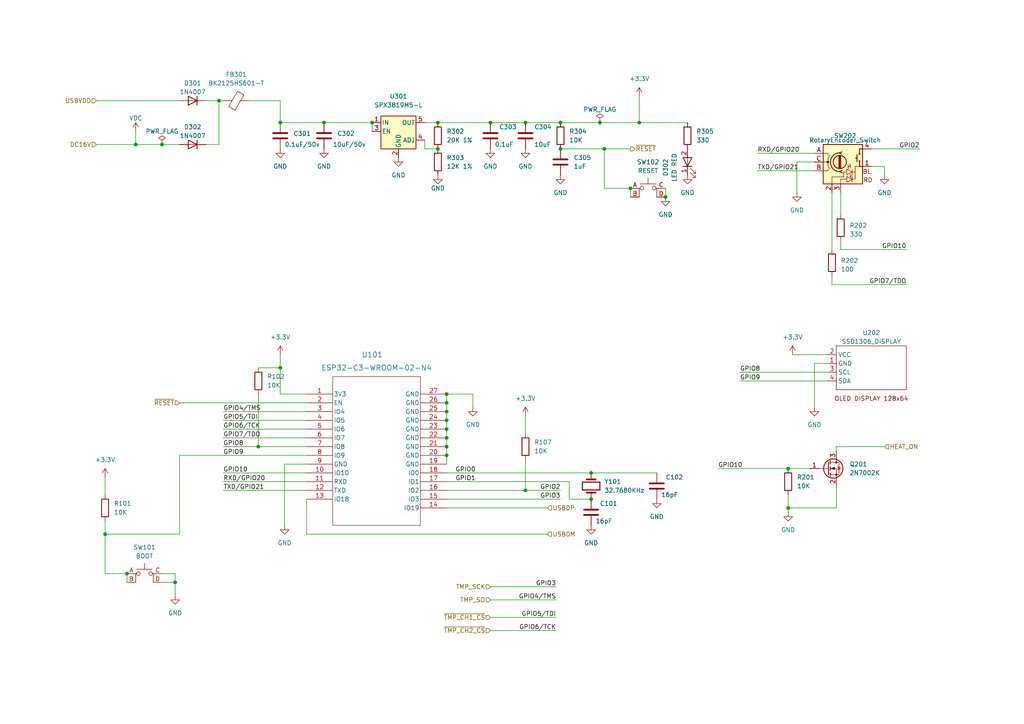
<source format=kicad_sch>
(kicad_sch (version 20230121) (generator eeschema)
  (paper "A4")
  (lib_symbols
    (symbol "Device:C" (pin_numbers hide) (pin_names (offset 0.254))
      (property "Reference" "C" (at 0.635 2.54 0))
      (property "Value" "C" (at 0.635 -2.54 0))
      (symbol "C_0_1"
        (polyline (pts (xy -2.032 -0.762) (xy 2.032 -0.762)) (stroke (width 0.508)))
        (polyline (pts (xy -2.032 0.762) (xy 2.032 0.762)) (stroke (width 0.508)))
      )
      (symbol "C_1_1"
        (pin passive line (at 0 3.81 270) (length 2.794) (name "~") (number "1"))
        (pin passive line (at 0 -3.81 90) (length 2.794) (name "~") (number "2"))
      )
    )
    (symbol "Device:FerriteBead" (pin_numbers hide) (pin_names (offset 0))
      (property "Reference" "FB" (at -3.81 0.635 90))
      (property "Value" "FerriteBead" (at 3.81 0 90))
      (symbol "FerriteBead_0_1"
        (polyline (pts (xy 0 -1.27) (xy 0 -1.2192)))
        (polyline (pts (xy 0 1.27) (xy 0 1.2954)))
        (polyline (pts (xy -2.7686 0.4064) (xy -1.7018 2.2606) (xy 2.7686 -0.3048) (xy 1.6764 -2.159) (xy -2.7686 0.4064)))
      )
      (symbol "FerriteBead_1_1"
        (pin passive line (at 0 3.81 270) (length 2.54) (name "~") (number "1"))
        (pin passive line (at 0 -3.81 90) (length 2.54) (name "~") (number "2"))
      )
    )
    (symbol "Device:LED" (pin_names (offset 1.016) hide)
      (property "Reference" "D" (at 0 2.54 0))
      (property "Value" "LED" (at 0 -2.54 0))
      (symbol "LED_0_1"
        (polyline (pts (xy -1.27 -1.27) (xy -1.27 1.27)) (stroke (width 0.254)))
        (polyline (pts (xy -1.27 0) (xy 1.27 0)))
        (polyline (pts (xy 1.27 -1.27) (xy 1.27 1.27) (xy -1.27 0) (xy 1.27 -1.27)) (stroke (width 0.254)))
        (polyline (pts (xy -3.048 -0.762) (xy -4.572 -2.286) (xy -3.81 -2.286) (xy -4.572 -2.286) (xy -4.572 -1.524)))
        (polyline (pts (xy -1.778 -0.762) (xy -3.302 -2.286) (xy -2.54 -2.286) (xy -3.302 -2.286) (xy -3.302 -1.524)))
      )
      (symbol "LED_1_1"
        (pin passive line (at -3.81 0 0) (length 2.54) (name "K") (number "1"))
        (pin passive line (at 3.81 0 180) (length 2.54) (name "A") (number "2"))
      )
    )
    (symbol "Device:R" (pin_numbers hide) (pin_names (offset 0))
      (property "Reference" "R" (at 2.032 0 90))
      (property "Value" "R" (at 0 0 90))
      (symbol "R_0_1"
        (rectangle (start -1.016 -2.54) (end 1.016 2.54) (stroke (width 0.254)))
      )
      (symbol "R_1_1"
        (pin passive line (at 0 3.81 270) (length 1.27) (name "~") (number "1"))
        (pin passive line (at 0 -3.81 90) (length 1.27) (name "~") (number "2"))
      )
    )
    (symbol "Diode:1N4007" (pin_numbers hide) (pin_names hide)
      (property "Reference" "D" (at 0 2.54 0))
      (property "Value" "1N4007" (at 0 -2.54 0))
      (symbol "1N4007_0_1"
        (polyline (pts (xy -1.27 1.27) (xy -1.27 -1.27)) (stroke (width 0.254)))
        (polyline (pts (xy 1.27 0) (xy -1.27 0)))
        (polyline (pts (xy 1.27 1.27) (xy 1.27 -1.27) (xy -1.27 0) (xy 1.27 1.27)) (stroke (width 0.254)))
      )
      (symbol "1N4007_1_1"
        (pin passive line (at -3.81 0 0) (length 2.54) (name "K") (number "1"))
        (pin passive line (at 3.81 0 180) (length 2.54) (name "A") (number "2"))
      )
    )
    (symbol "Regulator_Linear:SPX3819M5-L" (pin_names (offset 0.254))
      (property "Reference" "U" (at -3.81 5.715 0))
      (property "Value" "SPX3819M5-L" (at 0 5.715 0))
      (symbol "SPX3819M5-L_0_1"
        (rectangle (start -5.08 4.445) (end 5.08 -5.08) (stroke (width 0.254)) (fill (type background)))
      )
      (symbol "SPX3819M5-L_1_1"
        (pin power_in line (at -7.62 2.54 0) (length 2.54) (name "IN") (number "1"))
        (pin power_in line (at 0 -7.62 90) (length 2.54) (name "GND") (number "2"))
        (pin input line (at -7.62 0 0) (length 2.54) (name "EN") (number "3"))
        (pin input line (at 7.62 -2.54 180) (length 2.54) (name "ADJ") (number "4"))
        (pin power_out line (at 7.62 2.54 180) (length 2.54) (name "OUT") (number "5"))
      )
    )
    (symbol "power:+3.3V" (power) (pin_names (offset 0))
      (property "Value" "+3.3V" (at 0 3.556 0))
      (symbol "+3.3V_0_1"
        (polyline (pts (xy -0.762 1.27) (xy 0 2.54)))
        (polyline (pts (xy 0 0) (xy 0 2.54)))
        (polyline (pts (xy 0 2.54) (xy 0.762 1.27)))
      )
      (symbol "+3.3V_1_1"
        (pin power_in line (at 0 0 90) (length 0) hide (name "+3.3V") (number "1"))
      )
    )
    (symbol "power:GND" (power) (pin_numbers hide) (pin_names (offset 0) hide)
      (property "Value" "GND" (at 0 -3.81 0))
      (symbol "GND_0_1"
        (polyline (pts (xy 0 0) (xy 0 -1.27) (xy 1.27 -1.27) (xy 0 -2.54) (xy -1.27 -1.27) (xy 0 -1.27)))
      )
      (symbol "GND_1_1"
        (pin power_in line (at 0 0 270) (length 0) hide (name "GND") (number "1"))
      )
    )
    (symbol "power:PWR_FLAG" (power) (pin_numbers hide) (pin_names (offset 0) hide)
      (property "Value" "PWR_FLAG" (at 0 3.81 0))
      (symbol "PWR_FLAG_0_0"
        (pin power_out line (at 0 0 90) (length 0) (name "pwr") (number "1"))
      )
      (symbol "PWR_FLAG_0_1"
        (polyline (pts (xy 0 0) (xy 0 1.27) (xy -1.016 1.905) (xy 0 2.54) (xy 1.016 1.905) (xy 0 1.27)))
      )
    )
    (symbol "power:VDC" (power) (pin_names (offset 0))
      (property "Value" "VDC" (at 0 6.35 0))
      (symbol "VDC_0_1"
        (polyline (pts (xy -0.762 1.27) (xy 0 2.54)))
        (polyline (pts (xy 0 0) (xy 0 2.54)))
        (polyline (pts (xy 0 2.54) (xy 0.762 1.27)))
      )
      (symbol "VDC_1_1"
        (pin power_in line (at 0 0 90) (length 0) hide (name "VDC") (number "1"))
      )
    )
    (symbol "tbctl:2N7002K" (pin_names hide)
      (property "Reference" "Q" (at 5.08 1.905 0))
      (property "Value" "2N7002K" (at 5.08 0 0))
      (symbol "2N7002K_0_1"
        (polyline (pts (xy 0.254 0) (xy -2.54 0)))
        (polyline (pts (xy 0.254 1.905) (xy 0.254 -1.905)) (stroke (width 0.254)))
        (polyline (pts (xy 0.762 -1.27) (xy 0.762 -2.286)) (stroke (width 0.254)))
        (polyline (pts (xy 0.762 0.508) (xy 0.762 -0.508)) (stroke (width 0.254)))
        (polyline (pts (xy 0.762 2.286) (xy 0.762 1.27)) (stroke (width 0.254)))
        (polyline (pts (xy 2.54 2.54) (xy 2.54 1.778)))
        (polyline (pts (xy 2.54 -2.54) (xy 2.54 0) (xy 0.762 0)))
        (polyline (pts (xy 0.762 -1.778) (xy 3.302 -1.778) (xy 3.302 1.778) (xy 0.762 1.778)))
        (polyline (pts (xy 1.016 0) (xy 2.032 0.381) (xy 2.032 -0.381) (xy 1.016 0)) (fill (type outline)))
        (polyline (pts (xy 2.794 0.508) (xy 2.921 0.381) (xy 3.683 0.381) (xy 3.81 0.254)))
        (polyline (pts (xy 3.302 0.381) (xy 2.921 -0.254) (xy 3.683 -0.254) (xy 3.302 0.381)))
        (circle (center 1.651 0) (radius 2.794) (stroke (width 0.254)))
        (circle (center 2.54 -1.778) (radius 0.254) (fill (type outline)))
        (circle (center 2.54 1.778) (radius 0.254) (fill (type outline)))
      )
      (symbol "2N7002K_1_1"
        (pin input line (at -5.08 0 0) (length 2.54) (name "G") (number "1"))
        (pin passive line (at 2.54 -5.08 90) (length 2.54) (name "S") (number "2"))
        (pin passive line (at 2.54 5.08 270) (length 2.54) (name "D") (number "3"))
      )
    )
    (symbol "tbctl:32.7680KHz" (pin_numbers hide) (pin_names (offset 1.016) hide)
      (property "Reference" "Y" (at 0 3.81 0))
      (property "Value" "32.7680KHz" (at 0 -3.81 0))
      (property "digikey" "2151-RT3215-32.768-12.5-TRCT-ND" (at 0 0 0))
      (symbol "32.7680KHz_0_1"
        (rectangle (start -1.143 2.54) (end 1.143 -2.54) (stroke (width 0.3048)))
        (polyline (pts (xy -2.54 0) (xy -1.905 0)))
        (polyline (pts (xy -1.905 -1.27) (xy -1.905 1.27)) (stroke (width 0.508)))
        (polyline (pts (xy 1.905 -1.27) (xy 1.905 1.27)) (stroke (width 0.508)))
        (polyline (pts (xy 2.54 0) (xy 1.905 0)))
      )
      (symbol "32.7680KHz_1_1"
        (pin passive line (at -3.81 0 0) (length 1.27) (name "1") (number "1"))
        (pin passive line (at 3.81 0 180) (length 1.27) (name "2") (number "2"))
      )
    )
    (symbol "tbctl:ESP32-C3-WROOM-02-N4" (pin_names (offset 0.254))
      (property "Reference" "U" (at 20.32 10.16 0))
      (property "Value" "ESP32-C3-WROOM-02-N4" (at 20.32 7.62 0))
      (symbol "ESP32-C3-WROOM-02-N4_0_1"
        (polyline (pts (xy 7.62 -38.1) (xy 33.02 -38.1)) (stroke (width 0.127)))
        (polyline (pts (xy 7.62 5.08) (xy 7.62 -38.1)) (stroke (width 0.127)))
        (polyline (pts (xy 33.02 -38.1) (xy 33.02 5.08)) (stroke (width 0.127)))
        (polyline (pts (xy 33.02 5.08) (xy 7.62 5.08)) (stroke (width 0.127)))
        (pin power_in line (at 0 0 0) (length 7.62) (name "3V3") (number "1"))
        (pin bidirectional line (at 0 -22.86 0) (length 7.62) (name "IO10") (number "10"))
        (pin passive line (at 0 -25.4 0) (length 7.62) (name "RXD") (number "11"))
        (pin passive line (at 0 -27.94 0) (length 7.62) (name "TXD") (number "12"))
        (pin bidirectional line (at 0 -30.48 0) (length 7.62) (name "IO18") (number "13"))
        (pin bidirectional line (at 40.64 -33.02 180) (length 7.62) (name "IO19") (number "14"))
        (pin bidirectional line (at 40.64 -30.48 180) (length 7.62) (name "IO3") (number "15"))
        (pin bidirectional line (at 40.64 -27.94 180) (length 7.62) (name "IO2") (number "16"))
        (pin bidirectional line (at 40.64 -25.4 180) (length 7.62) (name "IO1") (number "17"))
        (pin bidirectional line (at 40.64 -22.86 180) (length 7.62) (name "IO0") (number "18"))
        (pin power_in line (at 40.64 -20.32 180) (length 7.62) (name "GND") (number "19"))
        (pin passive line (at 0 -2.54 0) (length 7.62) (name "EN") (number "2"))
        (pin power_in line (at 40.64 -17.78 180) (length 7.62) (name "GND") (number "20"))
        (pin power_in line (at 40.64 -15.24 180) (length 7.62) (name "GND") (number "21"))
        (pin power_in line (at 40.64 -12.7 180) (length 7.62) (name "GND") (number "22"))
        (pin power_in line (at 40.64 -10.16 180) (length 7.62) (name "GND") (number "23"))
        (pin power_in line (at 40.64 -7.62 180) (length 7.62) (name "GND") (number "24"))
        (pin power_in line (at 40.64 -5.08 180) (length 7.62) (name "GND") (number "25"))
        (pin power_in line (at 40.64 -2.54 180) (length 7.62) (name "GND") (number "26"))
        (pin power_in line (at 40.64 0 180) (length 7.62) (name "GND") (number "27"))
        (pin bidirectional line (at 0 -5.08 0) (length 7.62) (name "IO4") (number "3"))
        (pin bidirectional line (at 0 -7.62 0) (length 7.62) (name "IO5") (number "4"))
        (pin bidirectional line (at 0 -10.16 0) (length 7.62) (name "IO6") (number "5"))
        (pin bidirectional line (at 0 -12.7 0) (length 7.62) (name "IO7") (number "6"))
        (pin bidirectional line (at 0 -15.24 0) (length 7.62) (name "IO8") (number "7"))
        (pin bidirectional line (at 0 -17.78 0) (length 7.62) (name "IO9") (number "8"))
        (pin power_in line (at 0 -20.32 0) (length 7.62) (name "GND") (number "9"))
      )
    )
    (symbol "tbctl:RotaryEncoder_Switch_2_LED" (pin_names (offset 0.254) hide)
      (property "Reference" "SW" (at -0.635 7.62 0))
      (property "Value" "RotaryEncoder_Switch" (at 0.889 -13.462 0))
      (symbol "RotaryEncoder_Switch_2_LED_0_1"
        (rectangle (start -5.08 6.35) (end 6.35 -5.08) (stroke (width 0.254)) (fill (type background)))
        (circle (center -3.683 1.27) (radius 0.254) (fill (type outline)))
        (circle (center -0.254 1.27) (radius 1.905) (stroke (width 0.254)))
        (arc (start -0.254 3.937) (mid -2.9718 1.2065) (end -0.254 -1.524) (stroke (width 0.254)))
        (polyline (pts (xy -0.508 -0.508) (xy -0.508 3.048)) (stroke (width 0.254)))
        (polyline (pts (xy -0.254 -0.508) (xy -0.254 3.048)) (stroke (width 0.254)))
        (polyline (pts (xy 0 3.048) (xy 0 -0.508)) (stroke (width 0.254)))
        (polyline (pts (xy 1.778 -2.921) (xy 1.778 -4.572)))
        (polyline (pts (xy 1.778 -0.762) (xy 1.778 -2.413)))
        (polyline (pts (xy 3.302 -2.921) (xy 3.302 -4.572)))
        (polyline (pts (xy 3.302 -0.889) (xy 3.302 -2.54)))
        (polyline (pts (xy 4.699 2.413) (xy 4.318 2.413)) (stroke (width 0.254)))
        (polyline (pts (xy 4.699 3.429) (xy 4.699 1.397)) (stroke (width 0.254)))
        (polyline (pts (xy -4.953 -1.27) (xy -3.683 -1.27) (xy -3.683 -0.762)))
        (polyline (pts (xy -4.953 3.81) (xy -3.683 3.81) (xy -3.683 3.302)))
        (polyline (pts (xy 0.381 4.191) (xy -0.381 3.937) (xy 0.254 3.556)) (stroke (width 0.254)))
        (polyline (pts (xy 0.508 -1.905) (xy -0.254 -1.524) (xy 0.381 -1.143)) (stroke (width 0.254)))
        (polyline (pts (xy 1.778 -4.572) (xy 3.302 -3.81) (xy 1.778 -2.921)))
        (polyline (pts (xy 1.778 -3.683) (xy 0 -3.683) (xy 0 -4.953)))
        (polyline (pts (xy 1.778 -2.413) (xy 3.302 -1.651) (xy 1.778 -0.762)))
        (polyline (pts (xy 3.302 -3.683) (xy 4.191 -3.683) (xy 4.191 -1.651)))
        (polyline (pts (xy 3.429 -1.651) (xy 4.191 -1.651) (xy 4.191 0)))
        (polyline (pts (xy 6.223 0) (xy 5.461 0) (xy 5.461 1.524)) (stroke (width 0.254)))
        (polyline (pts (xy 6.223 5.08) (xy 5.461 5.08) (xy 5.461 3.556)) (stroke (width 0.254)))
        (polyline (pts (xy -4.953 1.27) (xy -3.683 1.27) (xy -3.683 0.254) (xy -3.175 -0.762)))
        (polyline (pts (xy -4.191 1.27) (xy -3.683 1.27) (xy -3.683 2.286) (xy -3.175 3.302)))
        (polyline (pts (xy 2.032 0.508) (xy 2.413 -0.127) (xy 2.032 -0.127) (xy 2.413 -0.762)))
        (polyline (pts (xy 2.54 0.762) (xy 2.921 0.127) (xy 2.54 0.127) (xy 2.921 -0.508)))
        (polyline (pts (xy 2.667 -2.159) (xy 3.048 -2.794) (xy 2.667 -2.794) (xy 3.048 -3.429)))
        (polyline (pts (xy 1.651 -1.651) (xy 0.889 -1.651) (xy 0.889 -3.048) (xy -2.54 -3.048) (xy -2.54 -5.08)))
        (circle (center 5.461 1.524) (radius 0.127) (stroke (width 0.254)))
        (circle (center 5.461 3.556) (radius 0.127) (stroke (width 0.254)))
      )
      (symbol "RotaryEncoder_Switch_2_LED_1_1"
        (polyline (pts (xy 4.191 0) (xy 6.35 0) (xy 6.35 0.127) (xy 6.35 0)))
        (text "BL" (at 7.62 -1.524 0) (effects (font (size 1.27 1.27))))
        (text "RD" (at 7.874 -3.937 0) (effects (font (size 1.27 1.27))))
        (pin passive line (at 8.89 0 180) (length 2.54) (name "1") (number "1"))
        (pin passive line (at -2.54 -7.62 90) (length 2.54) (name "BL") (number "2"))
        (pin passive line (at 0 -7.62 90) (length 2.54) (name "RD") (number "3"))
        (pin passive line (at 8.89 5.08 180) (length 2.54) (name "4") (number "4"))
        (pin passive line (at -7.62 3.81 0) (length 2.54) (name "A") (number "A"))
        (pin passive line (at -7.62 -1.27 0) (length 2.54) (name "B") (number "B"))
        (pin passive line (at -7.62 1.27 0) (length 2.54) (name "C") (number "C"))
      )
    )
    (symbol "tbctl:SSD1306_DISPLAY"
      (property "Reference" "U" (at -3.048 8.636 0))
      (property "Value" "SSD1306_DISPLAY" (at 0 0 0))
      (symbol "SSD1306_DISPLAY_0_1"
        (rectangle (start -10.16 7.62) (end 10.16 -5.08))
      )
      (symbol "SSD1306_DISPLAY_1_1"
        (text "OLED DISPLAY 128x64" (at 0 -7.62 0) (effects (font (size 1.27 1.27))))
        (pin power_in line (at -12.7 2.54 0) (length 2.54) (name "GND") (number "1"))
        (pin power_in line (at -12.7 5.08 0) (length 2.54) (name "VCC") (number "2"))
        (pin passive line (at -12.7 0 0) (length 2.54) (name "SCL") (number "3"))
        (pin passive line (at -12.7 -2.54 0) (length 2.54) (name "SDA") (number "4"))
      )
    )
    (symbol "tbctl:TS-06104" (pin_names (offset 1.016) hide)
      (property "Reference" "SW" (at 0.635 5.715 0))
      (property "Value" "TS-06104" (at 0 -3.175 0))
      (symbol "TS-06104_0_1"
        (circle (center -1.778 2.54) (radius 0.508))
        (polyline (pts (xy -2.286 3.81) (xy 2.286 3.81)))
        (polyline (pts (xy 0 3.81) (xy 0 5.588)))
        (polyline (pts (xy -2.54 0) (xy -2.54 2.54) (xy -2.286 2.54)))
        (polyline (pts (xy 2.54 0) (xy 2.54 2.54) (xy 2.286 2.54)))
        (circle (center 1.778 2.54) (radius 0.508))
        (pin passive line (at -5.08 2.54 0) (length 2.54) (name "A") (number "A"))
        (pin passive line (at -5.08 0 0) (length 2.54) (name "B") (number "B"))
        (pin passive line (at 5.08 2.54 180) (length 2.54) (name "C") (number "C"))
        (pin passive line (at 5.08 0 180) (length 2.54) (name "D") (number "D"))
      )
    )
  )
  (junction (at 30.48 154.94))
  (junction (at 162.56 35.56))
  (junction (at 193.04 57.15))
  (junction (at 81.28 35.56))
  (junction (at 127 43.18))
  (junction (at 171.45 144.78))
  (junction (at 81.28 106.68))
  (junction (at 93.98 35.56))
  (junction (at 228.6 135.89))
  (junction (at 129.54 129.54))
  (junction (at 129.54 114.3))
  (junction (at 162.56 43.18))
  (junction (at 173.99 35.56))
  (junction (at 107.95 35.56))
  (junction (at 129.54 116.84))
  (junction (at 152.4 142.24))
  (junction (at 142.24 35.56))
  (junction (at 74.93 129.54))
  (junction (at 228.6 147.32))
  (junction (at 129.54 119.38))
  (junction (at 171.45 137.16))
  (junction (at 63.5 29.21))
  (junction (at 50.8 168.91))
  (junction (at 46.99 41.91))
  (junction (at 185.42 35.56))
  (junction (at 152.4 35.56))
  (junction (at 127 35.56))
  (junction (at 175.26 43.18))
  (junction (at 39.37 41.91))
  (junction (at 129.54 127))
  (junction (at 129.54 132.08))
  (junction (at 182.88 54.61))
  (junction (at 36.83 166.37))
  (junction (at 129.54 124.46))
  (junction (at 129.54 121.92))
  (wire (pts (xy 59.69 29.21) (xy 63.5 29.21)))
  (wire (pts (xy 162.56 35.56) (xy 173.99 35.56)))
  (wire (pts (xy 46.99 168.91) (xy 50.8 168.91)))
  (wire (pts (xy 81.28 106.68) (xy 81.28 114.3)))
  (wire (pts (xy 129.54 114.3) (xy 137.16 114.3)))
  (wire (pts (xy 123.19 43.18) (xy 127 43.18)))
  (wire (pts (xy 74.93 114.3) (xy 74.93 129.54)))
  (wire (pts (xy 39.37 38.1) (xy 39.37 41.91)))
  (wire (pts (xy 142.24 182.88) (xy 161.29 182.88)))
  (wire (pts (xy 30.48 151.13) (xy 30.48 154.94)))
  (wire (pts (xy 137.16 114.3) (xy 137.16 118.11)))
  (wire (pts (xy 165.1 144.78) (xy 171.45 144.78)))
  (wire (pts (xy 185.42 27.94) (xy 185.42 35.56)))
  (wire (pts (xy 52.07 132.08) (xy 88.9 132.08)))
  (wire (pts (xy 129.54 116.84) (xy 129.54 119.38)))
  (wire (pts (xy 64.77 121.92) (xy 88.9 121.92)))
  (wire (pts (xy 129.54 132.08) (xy 129.54 134.62)))
  (wire (pts (xy 214.63 107.95) (xy 240.03 107.95)))
  (wire (pts (xy 236.22 105.41) (xy 236.22 118.11)))
  (wire (pts (xy 173.99 35.56) (xy 185.42 35.56)))
  (wire (pts (xy 252.73 43.18) (xy 266.7 43.18)))
  (wire (pts (xy 228.6 147.32) (xy 242.57 147.32)))
  (wire (pts (xy 142.24 179.07) (xy 161.29 179.07)))
  (wire (pts (xy 243.84 72.39) (xy 262.89 72.39)))
  (wire (pts (xy 241.3 82.55) (xy 262.89 82.55)))
  (wire (pts (xy 36.83 166.37) (xy 36.83 168.91)))
  (wire (pts (xy 165.1 139.7) (xy 165.1 144.78)))
  (wire (pts (xy 236.22 44.45) (xy 219.71 44.45)))
  (wire (pts (xy 228.6 143.51) (xy 228.6 147.32)))
  (wire (pts (xy 152.4 133.35) (xy 152.4 142.24)))
  (wire (pts (xy 63.5 29.21) (xy 64.77 29.21)))
  (wire (pts (xy 129.54 137.16) (xy 171.45 137.16)))
  (wire (pts (xy 64.77 142.24) (xy 88.9 142.24)))
  (wire (pts (xy 82.55 134.62) (xy 82.55 152.4)))
  (wire (pts (xy 64.77 119.38) (xy 88.9 119.38)))
  (wire (pts (xy 129.54 124.46) (xy 129.54 127)))
  (wire (pts (xy 81.28 35.56) (xy 93.98 35.56)))
  (wire (pts (xy 256.54 48.26) (xy 256.54 50.8)))
  (wire (pts (xy 64.77 127) (xy 88.9 127)))
  (wire (pts (xy 129.54 139.7) (xy 165.1 139.7)))
  (wire (pts (xy 30.48 154.94) (xy 30.48 166.37)))
  (wire (pts (xy 129.54 121.92) (xy 129.54 124.46)))
  (wire (pts (xy 228.6 135.89) (xy 234.95 135.89)))
  (wire (pts (xy 123.19 35.56) (xy 127 35.56)))
  (wire (pts (xy 93.98 35.56) (xy 107.95 35.56)))
  (wire (pts (xy 229.87 102.87) (xy 240.03 102.87)))
  (wire (pts (xy 64.77 137.16) (xy 88.9 137.16)))
  (wire (pts (xy 27.94 41.91) (xy 39.37 41.91)))
  (wire (pts (xy 152.4 142.24) (xy 162.56 142.24)))
  (wire (pts (xy 59.69 41.91) (xy 63.5 41.91)))
  (wire (pts (xy 88.9 144.78) (xy 88.9 154.94)))
  (wire (pts (xy 175.26 54.61) (xy 182.88 54.61)))
  (wire (pts (xy 123.19 40.64) (xy 123.19 43.18)))
  (wire (pts (xy 81.28 102.87) (xy 81.28 106.68)))
  (wire (pts (xy 52.07 116.84) (xy 88.9 116.84)))
  (wire (pts (xy 81.28 29.21) (xy 81.28 35.56)))
  (wire (pts (xy 88.9 114.3) (xy 81.28 114.3)))
  (wire (pts (xy 30.48 138.43) (xy 30.48 143.51)))
  (wire (pts (xy 46.99 166.37) (xy 50.8 166.37)))
  (wire (pts (xy 175.26 43.18) (xy 182.88 43.18)))
  (wire (pts (xy 63.5 41.91) (xy 63.5 29.21)))
  (wire (pts (xy 242.57 129.54) (xy 256.54 129.54)))
  (wire (pts (xy 50.8 168.91) (xy 50.8 172.72)))
  (wire (pts (xy 129.54 127) (xy 129.54 129.54)))
  (wire (pts (xy 252.73 48.26) (xy 256.54 48.26)))
  (wire (pts (xy 129.54 147.32) (xy 158.75 147.32)))
  (wire (pts (xy 72.39 29.21) (xy 81.28 29.21)))
  (wire (pts (xy 129.54 114.3) (xy 129.54 116.84)))
  (wire (pts (xy 208.28 135.89) (xy 228.6 135.89)))
  (wire (pts (xy 64.77 124.46) (xy 88.9 124.46)))
  (wire (pts (xy 30.48 166.37) (xy 36.83 166.37)))
  (wire (pts (xy 241.3 80.01) (xy 241.3 82.55)))
  (wire (pts (xy 236.22 46.99) (xy 231.14 46.99)))
  (wire (pts (xy 88.9 154.94) (xy 158.75 154.94)))
  (wire (pts (xy 152.4 120.65) (xy 152.4 125.73)))
  (wire (pts (xy 107.95 35.56) (xy 107.95 38.1)))
  (wire (pts (xy 228.6 148.59) (xy 228.6 147.32)))
  (wire (pts (xy 64.77 129.54) (xy 74.93 129.54)))
  (wire (pts (xy 171.45 137.16) (xy 190.5 137.16)))
  (wire (pts (xy 142.24 173.99) (xy 161.29 173.99)))
  (wire (pts (xy 129.54 142.24) (xy 152.4 142.24)))
  (wire (pts (xy 142.24 170.18) (xy 161.29 170.18)))
  (wire (pts (xy 162.56 43.18) (xy 175.26 43.18)))
  (wire (pts (xy 27.94 29.21) (xy 52.07 29.21)))
  (wire (pts (xy 241.3 55.88) (xy 241.3 72.39)))
  (wire (pts (xy 127 35.56) (xy 142.24 35.56)))
  (wire (pts (xy 50.8 166.37) (xy 50.8 168.91)))
  (wire (pts (xy 240.03 105.41) (xy 236.22 105.41)))
  (wire (pts (xy 242.57 130.81) (xy 242.57 129.54)))
  (wire (pts (xy 182.88 54.61) (xy 182.88 57.15)))
  (wire (pts (xy 175.26 43.18) (xy 175.26 54.61)))
  (wire (pts (xy 214.63 110.49) (xy 240.03 110.49)))
  (wire (pts (xy 30.48 154.94) (xy 52.07 154.94)))
  (wire (pts (xy 219.71 49.53) (xy 236.22 49.53)))
  (wire (pts (xy 64.77 139.7) (xy 88.9 139.7)))
  (wire (pts (xy 129.54 119.38) (xy 129.54 121.92)))
  (wire (pts (xy 88.9 134.62) (xy 82.55 134.62)))
  (wire (pts (xy 152.4 35.56) (xy 162.56 35.56)))
  (wire (pts (xy 52.07 154.94) (xy 52.07 132.08)))
  (wire (pts (xy 74.93 129.54) (xy 88.9 129.54)))
  (wire (pts (xy 242.57 140.97) (xy 242.57 147.32)))
  (wire (pts (xy 142.24 35.56) (xy 152.4 35.56)))
  (wire (pts (xy 129.54 129.54) (xy 129.54 132.08)))
  (wire (pts (xy 243.84 55.88) (xy 243.84 62.23)))
  (wire (pts (xy 129.54 144.78) (xy 162.56 144.78)))
  (wire (pts (xy 193.04 54.61) (xy 193.04 57.15)))
  (wire (pts (xy 231.14 46.99) (xy 231.14 55.88)))
  (wire (pts (xy 46.99 41.91) (xy 52.07 41.91)))
  (wire (pts (xy 39.37 41.91) (xy 46.99 41.91)))
  (wire (pts (xy 243.84 69.85) (xy 243.84 72.39)))
  (wire (pts (xy 185.42 35.56) (xy 199.39 35.56)))
  (wire (pts (xy 74.93 106.68) (xy 81.28 106.68)))
  (label "GPIO8" (at 214.63 107.95 0))
  (label "GPIO10" (at 208.28 135.89 0))
  (label "GPIO0" (at 132.08 137.16 0))
  (label "GPIO8" (at 64.77 129.54 0))
  (label "GPIO4{slash}TMS" (at 161.29 173.99 180))
  (label "GPIO7{slash}TDO" (at 262.89 82.55 180))
  (label "GPIO6{slash}TCK" (at 64.77 124.46 0))
  (label "GPIO1" (at 132.08 139.7 0))
  (label "GPIO2" (at 266.7 43.18 180))
  (label "GPIO9" (at 64.77 132.08 0))
  (label "GPIO5{slash}TDI" (at 64.77 121.92 0))
  (label "GPIO10" (at 262.89 72.39 180))
  (label "GPIO4{slash}TMS" (at 64.77 119.38 0))
  (label "GPIO3" (at 161.29 170.18 180))
  (label "GPIO10" (at 64.77 137.16 0))
  (label "TXD{slash}GPIO21" (at 64.77 142.24 0))
  (label "GPIO2" (at 162.56 142.24 180))
  (label "GPIO5{slash}TDI" (at 161.29 179.07 180))
  (label "TXD{slash}GPIO21" (at 219.71 49.53 0))
  (label "GPIO7{slash}TDO" (at 64.77 127 0))
  (label "GPIO6{slash}TCK" (at 161.29 182.88 180))
  (label "RXD{slash}GPIO20" (at 64.77 139.7 0))
  (label "RXD{slash}GPIO20" (at 219.71 44.45 0))
  (label "GPIO3" (at 162.56 144.78 180))
  (label "GPIO9" (at 214.63 110.49 0))
  (hierarchical_label "~{RESET}" (shape output) (at 182.88 43.18 0))
  (hierarchical_label "USBVDD" (shape input) (at 27.94 29.21 180))
  (hierarchical_label "TMP_SCK" (shape input) (at 142.24 170.18 180))
  (hierarchical_label "USBDP" (shape input) (at 158.75 147.32 0))
  (hierarchical_label "USBDM" (shape input) (at 158.75 154.94 0))
  (hierarchical_label "~{TMP_CH2_CS}" (shape input) (at 142.24 182.88 180))
  (hierarchical_label "TMP_SO" (shape input) (at 142.24 173.99 180))
  (hierarchical_label "DC16V" (shape input) (at 27.94 41.91 180))
  (hierarchical_label "~{RESET}" (shape input) (at 52.07 116.84 180))
  (hierarchical_label "HEAT_ON" (shape input) (at 256.54 129.54 0))
  (hierarchical_label "~{TMP_CH1_CS}" (shape input) (at 142.24 179.07 180))
  (symbol (lib_id "power:GND") (at 81.28 43.18 0) (unit 1)
    (property "Reference" "#PWR0303" (effects hide))
    (property "Value" "GND" (at 81.28 48.26 0))
    (instances (project "ESP32C3" (path "" (reference "#PWR0303") (unit 1))) (project "heatpanelcontroller" (path "" (reference "#PWR0303") (unit 1)) (path "" (reference "#PWR0302") (unit 1))))
  )
  (symbol (lib_id "power:+3.3V") (at 229.87 102.87 0) (unit 1)
    (property "Reference" "#PWR0107" (effects hide))
    (property "Value" "+3.3V" (at 229.87 97.79 0))
    (instances (project "ESP32C3" (path "" (reference "#PWR0107") (unit 1))) (project "heatpanelcontroller" (path "" (reference "#PWR0205") (unit 1))))
  )
  (symbol (lib_id "Device:C") (at 152.4 39.37 0) (unit 1)
    (property "Reference" "C304" (at 154.94 36.83 0) (effects (justify left)))
    (property "Value" "10uF" (at 154.94 41.91 0) (effects (justify left)))
    (property "Footprint" "Capacitor_SMD:C_0805_2012Metric_Pad1.18x1.45mm_HandSolder" (effects hide))
  )
  (symbol (lib_id "power:+3.3V") (at 30.48 138.43 0) (unit 1)
    (property "Reference" "#PWR0101" (effects hide))
    (property "Value" "+3.3V" (at 30.48 133.35 0))
    (instances (project "ESP32C3" (path "" (reference "#PWR0101") (unit 1))) (project "heatpanelcontroller" (path "" (reference "#PWR0201") (unit 1))))
  )
  (symbol (lib_id "power:+3.3V") (at 81.28 102.87 0) (unit 1)
    (property "Reference" "#PWR0104" (effects hide))
    (property "Value" "+3.3V" (at 81.28 97.79 0))
    (instances (project "ESP32C3" (path "" (reference "#PWR0104") (unit 1))) (project "heatpanelcontroller" (path "" (reference "#PWR0203") (unit 1))))
  )
  (symbol (lib_id "Device:FerriteBead") (at 68.58 29.21 90) (unit 1)
    (property "Reference" "FB301" (at 68.5292 21.59 90))
    (property "Value" "BK2125HS601-T" (at 68.5292 24.13 90))
    (property "Footprint" "tbctl:L_0603_1608Metric_Pad1.05x0.95mm_HandSolder" (effects hide))
  )
  (symbol (lib_id "power:GND") (at 93.98 43.18 0) (unit 1)
    (property "Reference" "#PWR0304" (effects hide))
    (property "Value" "GND" (at 93.98 48.26 0))
    (instances (project "ESP32C3" (path "" (reference "#PWR0304") (unit 1))) (project "heatpanelcontroller" (path "" (reference "#PWR0304") (unit 1)) (path "" (reference "#PWR0303") (unit 1))))
  )
  (symbol (lib_id "Device:C") (at 162.56 46.99 0) (unit 1)
    (property "Reference" "C305" (at 166.37 45.7199 0) (effects (justify left)))
    (property "Value" "1uF" (at 166.37 48.26 0) (effects (justify left)))
    (property "Footprint" "Capacitor_SMD:C_0805_2012Metric" (effects hide))
  )
  (symbol (lib_id "Device:R") (at 162.56 39.37 0) (unit 1)
    (property "Reference" "R304" (at 165.1 38.0999 0) (effects (justify left)))
    (property "Value" "10K" (at 165.1 40.6399 0) (effects (justify left)))
    (property "Footprint" "tbctl:R_0805_2012Metric_Pad1.20x1.40mm_HandSolder" (effects hide))
    (instances (project "ESP32C3" (path "" (reference "R304") (unit 1))) (project "heatpanelcontroller" (path "" (reference "R304") (unit 1)) (path "" (reference "R303") (unit 1))) (project "templogger" (path "" (reference "R304") (unit 1))))
  )
  (symbol (lib_id "Device:R") (at 74.93 110.49 0) (unit 1)
    (property "Reference" "R102" (at 77.47 109.2199 0) (effects (justify left)))
    (property "Value" "10K" (at 77.47 111.7599 0) (effects (justify left)))
    (property "Footprint" "tbctl:R_0805_2012Metric_Pad1.20x1.40mm_HandSolder" (effects hide))
    (instances (project "ESP32C3" (path "" (reference "R102") (unit 1))) (project "heatpanelcontroller" (path "" (reference "R202") (unit 1))) (project "templogger" (path "" (reference "R102") (unit 1))))
  )
  (symbol (lib_id "tbctl:RotaryEncoder_Switch_2_LED") (at 243.84 48.26 0) (unit 1)
    (property "Reference" "SW202" (at 245.1457 39.37 0))
    (property "Value" "RotaryEncoder_Switch" (at 245.11 40.64 0))
    (property "Footprint" "tbctl:EC12PSD-010-RS" (effects hide))
  )
  (symbol (lib_id "power:GND") (at 127 50.8 0) (unit 1)
    (property "Reference" "#PWR0306" (effects hide))
    (property "Value" "GND" (at 127 54.61 0))
    (instances (project "ESP32C3" (path "" (reference "#PWR0306") (unit 1))) (project "heatpanelcontroller" (path "" (reference "#PWR0306") (unit 1)) (path "" (reference "#PWR0305") (unit 1))))
  )
  (symbol (lib_id "power:GND") (at 152.4 43.18 0) (unit 1)
    (property "Reference" "#PWR0308" (effects hide))
    (property "Value" "GND" (at 152.4 48.26 0))
    (instances (project "ESP32C3" (path "" (reference "#PWR0308") (unit 1))) (project "heatpanelcontroller" (path "" (reference "#PWR0308") (unit 1)) (path "" (reference "#PWR0307") (unit 1))))
  )
  (symbol (lib_id "power:GND") (at 190.5 144.78 0) (unit 1)
    (property "Reference" "#PWR0110" (effects hide))
    (property "Value" "GND" (at 190.5 149.86 0))
    (instances (project "ESP32C3" (path "" (reference "#PWR0110") (unit 1))) (project "heatpanelcontroller" (path "" (reference "#PWR0210") (unit 1))))
  )
  (symbol (lib_id "Diode:1N4007") (at 55.88 29.21 180) (unit 1)
    (property "Reference" "D301" (at 55.88 24.13 0))
    (property "Value" "1N4007" (at 55.88 26.67 0))
    (property "Footprint" "Diode_THT:D_DO-41_SOD81_P10.16mm_Horizontal" (effects hide))
    (property "Datasheet" "http://www.vishay.com/docs/88503/1n4001.pdf" (effects hide))
    (property "Sim.Device" "D" (effects hide))
    (property "Sim.Pins" "1=K 2=A" (effects hide))
  )
  (symbol (lib_id "tbctl:TS-06104") (at 187.96 57.15 0) (unit 1)
    (property "Reference" "SW102" (at 187.96 46.99 0))
    (property "Value" "RESET" (at 187.96 49.53 0))
    (property "Footprint" "tbctl:TS-06104" (effects hide))
    (instances (project "ESP32C3" (path "" (reference "SW102") (unit 1))) (project "heatpanelcontroller" (path "" (reference "SW102") (unit 1)) (path "" (reference "SW301") (unit 1))) (project "templogger" (path "" (reference "SW102") (unit 1))))
  )
  (symbol (lib_id "power:PWR_FLAG") (at 46.99 41.91 0) (unit 1)
    (property "Reference" "#FLG0301" (effects hide))
    (property "Value" "PWR_FLAG" (at 46.99 38.1 0))
  )
  (symbol (lib_id "Device:C") (at 142.24 39.37 0) (unit 1)
    (property "Reference" "C303" (at 144.78 36.83 0) (effects (justify left)))
    (property "Value" "0.1uF" (at 143.51 41.91 0) (effects (justify left)))
    (property "Footprint" "Capacitor_SMD:C_0603_1608Metric_Pad1.08x0.95mm_HandSolder" (effects hide))
  )
  (symbol (lib_id "Device:C") (at 81.28 39.37 0) (unit 1)
    (property "Reference" "C301" (at 85.09 38.735 0) (effects (justify left)))
    (property "Value" "0.1uF/50v" (at 82.55 41.91 0) (effects (justify left)))
    (property "Footprint" "Capacitor_SMD:C_0603_1608Metric_Pad1.08x0.95mm_HandSolder" (effects hide))
  )
  (symbol (lib_id "power:VDC") (at 39.37 38.1 0) (unit 1)
    (property "Reference" "#PWR0301" (effects hide))
    (property "Value" "VDC" (at 39.37 34.29 0))
  )
  (symbol (lib_id "tbctl:TS-06104") (at 41.91 168.91 0) (unit 1)
    (property "Reference" "SW101" (at 41.91 158.75 0))
    (property "Value" "BOOT" (at 41.91 161.29 0))
    (property "Footprint" "tbctl:TS-06104" (effects hide))
    (instances (project "ESP32C3" (path "" (reference "SW101") (unit 1))) (project "heatpanelcontroller" (path "" (reference "SW201") (unit 1))) (project "templogger" (path "" (reference "SW101") (unit 1))))
  )
  (symbol (lib_id "tbctl:2N7002K") (at 240.03 135.89 0) (unit 1)
    (property "Reference" "Q201" (at 246.38 134.6199 0) (effects (justify left)))
    (property "Value" "2N7002K" (at 246.38 137.1599 0) (effects (justify left)))
    (property "Footprint" "Package_TO_SOT_SMD:SOT-23" (effects hide))
    (property "Datasheet" "https://www.diodes.com/assets/Datasheets/ds30896.pdf" (effects hide))
  )
  (symbol (lib_id "power:GND") (at 115.57 45.72 0) (unit 1)
    (property "Reference" "#PWR0305" (effects hide))
    (property "Value" "GND" (at 115.57 50.8 0))
    (instances (project "ESP32C3" (path "" (reference "#PWR0305") (unit 1))) (project "heatpanelcontroller" (path "" (reference "#PWR0305") (unit 1)) (path "" (reference "#PWR0304") (unit 1))))
  )
  (symbol (lib_id "Diode:1N4007") (at 55.88 41.91 180) (unit 1)
    (property "Reference" "D302" (at 55.88 36.83 0))
    (property "Value" "1N4007" (at 55.88 39.37 0))
    (property "Footprint" "Diode_THT:D_DO-41_SOD81_P10.16mm_Horizontal" (effects hide))
    (property "Datasheet" "http://www.vishay.com/docs/88503/1n4001.pdf" (effects hide))
    (property "Sim.Device" "D" (effects hide))
    (property "Sim.Pins" "1=K 2=A" (effects hide))
  )
  (symbol (lib_id "tbctl:32.7680KHz") (at 171.45 140.97 90) (unit 1)
    (property "Reference" "Y101" (at 175.26 139.6999 90) (effects (justify right)))
    (property "Value" "32.7680KHz" (at 175.26 142.2399 90) (effects (justify right)))
    (property "Footprint" "Crystal:Crystal_SMD_3215-2Pin_3.2x1.5mm" (effects hide))
    (property "digikey" "2151-RT3215-32.768-12.5-TRCT-ND" (effects hide))
    (instances (project "ESP32C3" (path "" (reference "Y101") (unit 1))) (project "heatpanelcontroller" (path "" (reference "Y201") (unit 1))) (project "templogger" (path "" (reference "Y101") (unit 1))))
  )
  (symbol (lib_id "Device:R") (at 30.48 147.32 0) (unit 1)
    (property "Reference" "R101" (at 33.02 146.0499 0) (effects (justify left)))
    (property "Value" "10K" (at 33.02 148.5899 0) (effects (justify left)))
    (property "Footprint" "tbctl:R_0805_2012Metric_Pad1.20x1.40mm_HandSolder" (effects hide))
    (instances (project "ESP32C3" (path "" (reference "R101") (unit 1))) (project "heatpanelcontroller" (path "" (reference "R201") (unit 1))) (project "templogger" (path "" (reference "R101") (unit 1))))
  )
  (symbol (lib_id "power:GND") (at 50.8 172.72 0) (unit 1)
    (property "Reference" "#PWR0103" (effects hide))
    (property "Value" "GND" (at 50.8 177.8 0))
    (instances (project "ESP32C3" (path "" (reference "#PWR0103") (unit 1))) (project "heatpanelcontroller" (path "" (reference "#PWR0202") (unit 1))))
  )
  (symbol (lib_id "power:GND") (at 228.6 148.59 0) (unit 1)
    (property "Reference" "#PWR0202" (effects hide))
    (property "Value" "GND" (at 228.6 153.67 0))
    (instances (project "sdmux4" (path "" (reference "#PWR0202") (unit 1))) (project "heatpanelcontroller" (path "" (reference "#PWR0212") (unit 1))))
  )
  (symbol (lib_id "power:GND") (at 162.56 50.8 0) (unit 1)
    (property "Reference" "#PWR0309" (effects hide))
    (property "Value" "GND" (at 162.56 55.88 0))
    (instances (project "ESP32C3" (path "" (reference "#PWR0309") (unit 1))) (project "heatpanelcontroller" (path "" (reference "#PWR0309") (unit 1)) (path "" (reference "#PWR0308") (unit 1))))
  )
  (symbol (lib_id "Device:LED") (at 199.39 46.99 90) (unit 1)
    (property "Reference" "D302" (at 193.04 48.5775 0))
    (property "Value" "LED RED" (at 195.58 48.5775 0))
    (property "Footprint" "tbctl:LED_0603_1608Metric_Pad1.05x0.95mm_HandSolder" (effects hide))
    (instances (project "ESP32C3" (path "" (reference "D302") (unit 1))) (project "heatpanelcontroller" (path "" (reference "D302") (unit 1)) (path "" (reference "D303") (unit 1))) (project "templogger" (path "" (reference "D302") (unit 1))))
  )
  (symbol (lib_id "Regulator_Linear:SPX3819M5-L") (at 115.57 38.1 0) (unit 1)
    (property "Reference" "U301" (at 115.57 27.94 0))
    (property "Value" "SPX3819M5-L" (at 115.57 30.48 0))
    (property "Footprint" "Package_TO_SOT_SMD:SOT-23-5" (effects hide))
    (property "Datasheet" "https://www.exar.com/content/document.ashx?id=22106&languageid=1033&type=Datasheet&partnumber=SPX3819&filename=SPX3819.pdf&part=SPX3819" (effects hide))
  )
  (symbol (lib_id "Device:R") (at 127 46.99 0) (unit 1)
    (property "Reference" "R303" (at 129.54 45.7199 0) (effects (justify left)))
    (property "Value" "12K 1%" (at 129.54 48.2599 0) (effects (justify left)))
    (property "Footprint" "tbctl:R_0805_2012Metric_Pad1.20x1.40mm_HandSolder" (effects hide))
    (instances (project "ESP32C3" (path "" (reference "R303") (unit 1))) (project "heatpanelcontroller" (path "" (reference "R303") (unit 1)) (path "" (reference "R302") (unit 1))) (project "templogger" (path "" (reference "R303") (unit 1))))
  )
  (symbol (lib_id "power:GND") (at 82.55 152.4 0) (unit 1)
    (property "Reference" "#PWR0105" (effects hide))
    (property "Value" "GND" (at 82.55 157.48 0))
    (instances (project "ESP32C3" (path "" (reference "#PWR0105") (unit 1))) (project "heatpanelcontroller" (path "" (reference "#PWR0204") (unit 1))))
  )
  (symbol (lib_id "power:GND") (at 171.45 152.4 0) (unit 1)
    (property "Reference" "#PWR0109" (effects hide))
    (property "Value" "GND" (at 171.45 157.48 0))
    (instances (project "ESP32C3" (path "" (reference "#PWR0109") (unit 1))) (project "heatpanelcontroller" (path "" (reference "#PWR0209") (unit 1))))
  )
  (symbol (lib_id "Device:R") (at 199.39 39.37 0) (unit 1)
    (property "Reference" "R305" (at 201.93 38.0999 0) (effects (justify left)))
    (property "Value" "330" (at 201.93 40.6399 0) (effects (justify left)))
    (property "Footprint" "tbctl:R_0805_2012Metric_Pad1.20x1.40mm_HandSolder" (effects hide))
    (instances (project "ESP32C3" (path "" (reference "R305") (unit 1))) (project "heatpanelcontroller" (path "" (reference "R305") (unit 1)) (path "" (reference "R304") (unit 1))) (project "templogger" (path "" (reference "R305") (unit 1))))
  )
  (symbol (lib_id "power:+3.3V") (at 185.42 27.94 0) (unit 1)
    (property "Reference" "#PWR0311" (effects hide))
    (property "Value" "+3.3V" (at 185.42 22.86 0))
    (instances (project "ESP32C3" (path "" (reference "#PWR0311") (unit 1))) (project "heatpanelcontroller" (path "" (reference "#PWR0311") (unit 1)) (path "" (reference "#PWR0309") (unit 1))))
  )
  (symbol (lib_id "power:GND") (at 137.16 118.11 0) (unit 1)
    (property "Reference" "#PWR0106" (effects hide))
    (property "Value" "GND" (at 137.16 123.19 0))
    (instances (project "ESP32C3" (path "" (reference "#PWR0106") (unit 1))) (project "heatpanelcontroller" (path "" (reference "#PWR0207") (unit 1))))
  )
  (symbol (lib_id "Device:R") (at 241.3 76.2 0) (unit 1)
    (property "Reference" "R202" (at 243.84 75.565 0) (effects (justify left)))
    (property "Value" "100" (at 243.84 78.105 0) (effects (justify left)))
    (property "Footprint" "tbctl:R_0805_2012Metric_Pad1.20x1.40mm_HandSolder" (effects hide))
    (instances (project "sdmux4" (path "" (reference "R202") (unit 1))) (project "heatpanelcontroller" (path "" (reference "R207") (unit 1))) (project "templogger" (path "" (reference "R202") (unit 1))))
  )
  (symbol (lib_id "power:GND") (at 199.39 50.8 0) (unit 1)
    (property "Reference" "#PWR0313" (effects hide))
    (property "Value" "GND" (at 199.39 55.88 0))
    (instances (project "ESP32C3" (path "" (reference "#PWR0313") (unit 1))) (project "heatpanelcontroller" (path "" (reference "#PWR0313") (unit 1)) (path "" (reference "#PWR0311") (unit 1))))
  )
  (symbol (lib_id "Device:C") (at 190.5 140.97 0) (unit 1)
    (property "Reference" "C102" (at 193.04 138.43 0) (effects (justify left)))
    (property "Value" "16pF" (at 191.77 143.51 0) (effects (justify left)))
    (property "Footprint" "Capacitor_SMD:C_0603_1608Metric_Pad1.08x0.95mm_HandSolder" (effects hide))
    (instances (project "ESP32C3" (path "" (reference "C102") (unit 1))) (project "heatpanelcontroller" (path "" (reference "C202") (unit 1))) (project "templogger" (path "" (reference "C102") (unit 1))))
  )
  (symbol (lib_id "Device:R") (at 228.6 139.7 0) (unit 1)
    (property "Reference" "R201" (at 231.14 138.4299 0) (effects (justify left)))
    (property "Value" "10K" (at 231.14 140.9699 0) (effects (justify left)))
    (property "Footprint" "tbctl:R_0805_2012Metric_Pad1.20x1.40mm_HandSolder" (effects hide))
    (instances (project "sdmux4" (path "" (reference "R201") (unit 1))) (project "heatpanelcontroller" (path "" (reference "R206") (unit 1))) (project "templogger" (path "" (reference "R201") (unit 1))))
  )
  (symbol (lib_id "power:GND") (at 236.22 118.11 0) (unit 1)
    (property "Reference" "#PWR0106" (effects hide))
    (property "Value" "GND" (at 236.22 123.19 0))
    (instances (project "ESP32C3" (path "" (reference "#PWR0106") (unit 1))) (project "heatpanelcontroller" (path "" (reference "#PWR0206") (unit 1))))
  )
  (symbol (lib_id "power:GND") (at 256.54 50.8 0) (unit 1)
    (property "Reference" "#PWR0105" (effects hide))
    (property "Value" "GND" (at 256.54 55.88 0))
    (instances (project "ESP32C3" (path "" (reference "#PWR0105") (unit 1))) (project "heatpanelcontroller" (path "" (reference "#PWR0213") (unit 1))))
  )
  (symbol (lib_id "Device:C") (at 171.45 148.59 0) (unit 1)
    (property "Reference" "C101" (at 173.99 146.05 0) (effects (justify left)))
    (property "Value" "16pF" (at 172.72 151.13 0) (effects (justify left)))
    (property "Footprint" "Capacitor_SMD:C_0603_1608Metric_Pad1.08x0.95mm_HandSolder" (effects hide))
    (instances (project "ESP32C3" (path "" (reference "C101") (unit 1))) (project "heatpanelcontroller" (path "" (reference "C201") (unit 1))) (project "templogger" (path "" (reference "C101") (unit 1))))
  )
  (symbol (lib_id "power:PWR_FLAG") (at 173.99 35.56 0) (unit 1)
    (property "Reference" "#FLG0303" (effects hide))
    (property "Value" "PWR_FLAG" (at 173.99 31.75 0))
  )
  (symbol (lib_id "power:GND") (at 193.04 57.15 0) (unit 1)
    (property "Reference" "#PWR0310" (effects hide))
    (property "Value" "GND" (at 193.04 62.23 0))
  )
  (symbol (lib_id "Device:R") (at 152.4 129.54 0) (unit 1)
    (property "Reference" "R107" (at 154.94 128.2699 0) (effects (justify left)))
    (property "Value" "10K" (at 154.94 130.8099 0) (effects (justify left)))
    (property "Footprint" "tbctl:R_0805_2012Metric_Pad1.20x1.40mm_HandSolder" (effects hide))
    (instances (project "ESP32C3" (path "" (reference "R107") (unit 1))) (project "heatpanelcontroller" (path "" (reference "R205") (unit 1))) (project "templogger" (path "" (reference "R107") (unit 1))))
  )
  (symbol (lib_id "Device:R") (at 243.84 66.04 0) (unit 1)
    (property "Reference" "R202" (at 246.38 65.405 0) (effects (justify left)))
    (property "Value" "330" (at 246.38 67.945 0) (effects (justify left)))
    (property "Footprint" "tbctl:R_0805_2012Metric_Pad1.20x1.40mm_HandSolder" (effects hide))
    (instances (project "sdmux4" (path "" (reference "R202") (unit 1))) (project "heatpanelcontroller" (path "" (reference "R208") (unit 1))) (project "templogger" (path "" (reference "R202") (unit 1))))
  )
  (symbol (lib_id "Device:C") (at 93.98 39.37 0) (unit 1)
    (property "Reference" "C302" (at 97.79 38.735 0) (effects (justify left)))
    (property "Value" "10uF/50v" (at 96.52 41.91 0) (effects (justify left)))
    (property "Footprint" "Capacitor_SMD:C_0805_2012Metric_Pad1.18x1.45mm_HandSolder" (effects hide))
  )
  (symbol (lib_id "tbctl:SSD1306_DISPLAY") (at 252.73 107.95 0) (unit 1)
    (property "Reference" "U202" (at 252.73 96.52 0))
    (property "Value" "SSD1306_DISPLAY" (at 252.73 99.06 0))
    (property "Footprint" "tbctl:OLED I2C DISPLAY" (effects hide))
  )
  (symbol (lib_id "power:GND") (at 231.14 55.88 0) (unit 1)
    (property "Reference" "#PWR0202" (effects hide))
    (property "Value" "GND" (at 231.14 60.96 0))
    (instances (project "sdmux4" (path "" (reference "#PWR0202") (unit 1))) (project "heatpanelcontroller" (path "" (reference "#PWR0211") (unit 1))))
  )
  (symbol (lib_id "Device:R") (at 127 39.37 0) (unit 1)
    (property "Reference" "R302" (at 129.54 38.0999 0) (effects (justify left)))
    (property "Value" "20K 1%" (at 129.54 40.6399 0) (effects (justify left)))
    (property "Footprint" "tbctl:R_0805_2012Metric_Pad1.20x1.40mm_HandSolder" (effects hide))
    (instances (project "ESP32C3" (path "" (reference "R302") (unit 1))) (project "heatpanelcontroller" (path "" (reference "R302") (unit 1)) (path "" (reference "R301") (unit 1))) (project "templogger" (path "" (reference "R302") (unit 1))))
  )
  (symbol (lib_id "power:GND") (at 142.24 43.18 0) (unit 1)
    (property "Reference" "#PWR0307" (effects hide))
    (property "Value" "GND" (at 142.24 48.26 0))
    (instances (project "ESP32C3" (path "" (reference "#PWR0307") (unit 1))) (project "heatpanelcontroller" (path "" (reference "#PWR0307") (unit 1)) (path "" (reference "#PWR0306") (unit 1))))
  )
  (symbol (lib_id "tbctl:ESP32-C3-WROOM-02-N4") (at 88.9 114.3 0) (unit 1)
    (property "Reference" "U101" (at 107.95 102.87 0) (effects (font (size 1.524 1.524))))
    (property "Value" "ESP32-C3-WROOM-02-N4" (at 109.22 106.68 0) (effects (font (size 1.524 1.524))))
    (property "Footprint" "tbctl:IC18_ESP32-C3-WROOM-02-N4_EXP" (effects hide))
    (property "Datasheet" "ESP32-C3-WROOM-02-N4" (effects hide))
    (instances (project "ESP32C3" (path "" (reference "U101") (unit 1))) (project "heatpanelcontroller" (path "" (reference "U201") (unit 1))) (project "templogger" (path "" (reference "U101") (unit 1))))
  )
  (symbol (lib_id "power:+3.3V") (at 152.4 120.65 0) (unit 1)
    (property "Reference" "#PWR0107" (effects hide))
    (property "Value" "+3.3V" (at 152.4 115.57 0))
    (instances (project "ESP32C3" (path "" (reference "#PWR0107") (unit 1))) (project "heatpanelcontroller" (path "" (reference "#PWR0208") (unit 1))))
  )
)
</source>
